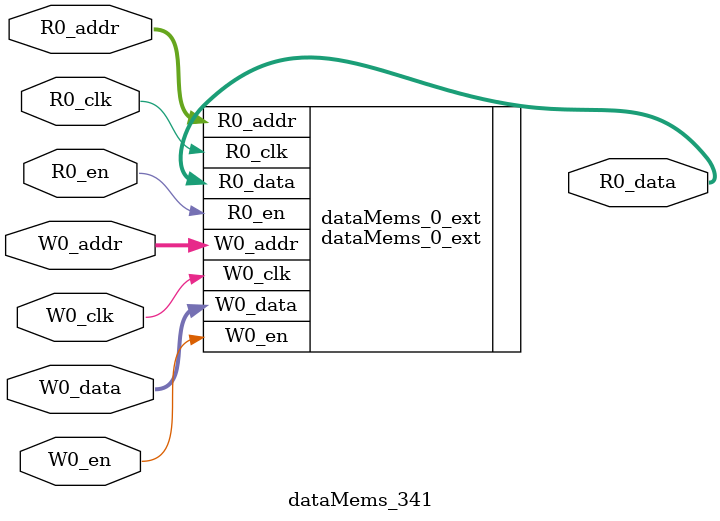
<source format=sv>
`ifndef RANDOMIZE
  `ifdef RANDOMIZE_REG_INIT
    `define RANDOMIZE
  `endif // RANDOMIZE_REG_INIT
`endif // not def RANDOMIZE
`ifndef RANDOMIZE
  `ifdef RANDOMIZE_MEM_INIT
    `define RANDOMIZE
  `endif // RANDOMIZE_MEM_INIT
`endif // not def RANDOMIZE

`ifndef RANDOM
  `define RANDOM $random
`endif // not def RANDOM

// Users can define 'PRINTF_COND' to add an extra gate to prints.
`ifndef PRINTF_COND_
  `ifdef PRINTF_COND
    `define PRINTF_COND_ (`PRINTF_COND)
  `else  // PRINTF_COND
    `define PRINTF_COND_ 1
  `endif // PRINTF_COND
`endif // not def PRINTF_COND_

// Users can define 'ASSERT_VERBOSE_COND' to add an extra gate to assert error printing.
`ifndef ASSERT_VERBOSE_COND_
  `ifdef ASSERT_VERBOSE_COND
    `define ASSERT_VERBOSE_COND_ (`ASSERT_VERBOSE_COND)
  `else  // ASSERT_VERBOSE_COND
    `define ASSERT_VERBOSE_COND_ 1
  `endif // ASSERT_VERBOSE_COND
`endif // not def ASSERT_VERBOSE_COND_

// Users can define 'STOP_COND' to add an extra gate to stop conditions.
`ifndef STOP_COND_
  `ifdef STOP_COND
    `define STOP_COND_ (`STOP_COND)
  `else  // STOP_COND
    `define STOP_COND_ 1
  `endif // STOP_COND
`endif // not def STOP_COND_

// Users can define INIT_RANDOM as general code that gets injected into the
// initializer block for modules with registers.
`ifndef INIT_RANDOM
  `define INIT_RANDOM
`endif // not def INIT_RANDOM

// If using random initialization, you can also define RANDOMIZE_DELAY to
// customize the delay used, otherwise 0.002 is used.
`ifndef RANDOMIZE_DELAY
  `define RANDOMIZE_DELAY 0.002
`endif // not def RANDOMIZE_DELAY

// Define INIT_RANDOM_PROLOG_ for use in our modules below.
`ifndef INIT_RANDOM_PROLOG_
  `ifdef RANDOMIZE
    `ifdef VERILATOR
      `define INIT_RANDOM_PROLOG_ `INIT_RANDOM
    `else  // VERILATOR
      `define INIT_RANDOM_PROLOG_ `INIT_RANDOM #`RANDOMIZE_DELAY begin end
    `endif // VERILATOR
  `else  // RANDOMIZE
    `define INIT_RANDOM_PROLOG_
  `endif // RANDOMIZE
`endif // not def INIT_RANDOM_PROLOG_

// Include register initializers in init blocks unless synthesis is set
`ifndef SYNTHESIS
  `ifndef ENABLE_INITIAL_REG_
    `define ENABLE_INITIAL_REG_
  `endif // not def ENABLE_INITIAL_REG_
`endif // not def SYNTHESIS

// Include rmemory initializers in init blocks unless synthesis is set
`ifndef SYNTHESIS
  `ifndef ENABLE_INITIAL_MEM_
    `define ENABLE_INITIAL_MEM_
  `endif // not def ENABLE_INITIAL_MEM_
`endif // not def SYNTHESIS

module dataMems_341(	// @[generators/ara/src/main/scala/UnsafeAXI4ToTL.scala:365:62]
  input  [4:0]  R0_addr,
  input         R0_en,
  input         R0_clk,
  output [66:0] R0_data,
  input  [4:0]  W0_addr,
  input         W0_en,
  input         W0_clk,
  input  [66:0] W0_data
);

  dataMems_0_ext dataMems_0_ext (	// @[generators/ara/src/main/scala/UnsafeAXI4ToTL.scala:365:62]
    .R0_addr (R0_addr),
    .R0_en   (R0_en),
    .R0_clk  (R0_clk),
    .R0_data (R0_data),
    .W0_addr (W0_addr),
    .W0_en   (W0_en),
    .W0_clk  (W0_clk),
    .W0_data (W0_data)
  );
endmodule


</source>
